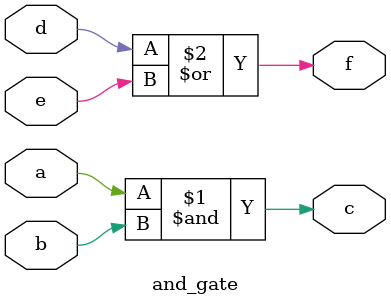
<source format=v>
module and_gate(a,b,c,d,e,f);

	input a,b,d,e;
	output c,f;
	assign c = a & b;
	assign f = d | e;
endmodule
</source>
